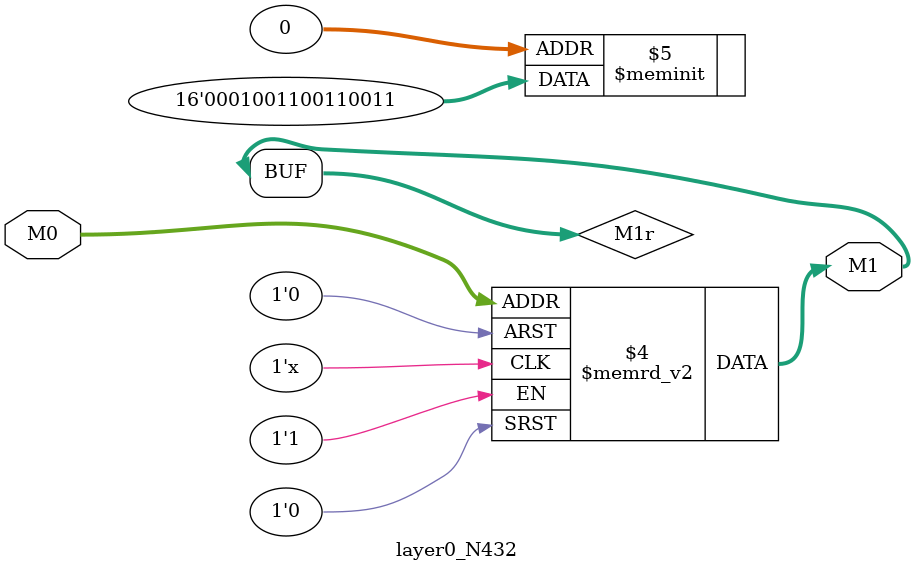
<source format=v>
module layer0_N432 ( input [2:0] M0, output [1:0] M1 );

	(*rom_style = "distributed" *) reg [1:0] M1r;
	assign M1 = M1r;
	always @ (M0) begin
		case (M0)
			3'b000: M1r = 2'b11;
			3'b100: M1r = 2'b11;
			3'b010: M1r = 2'b11;
			3'b110: M1r = 2'b01;
			3'b001: M1r = 2'b00;
			3'b101: M1r = 2'b00;
			3'b011: M1r = 2'b00;
			3'b111: M1r = 2'b00;

		endcase
	end
endmodule

</source>
